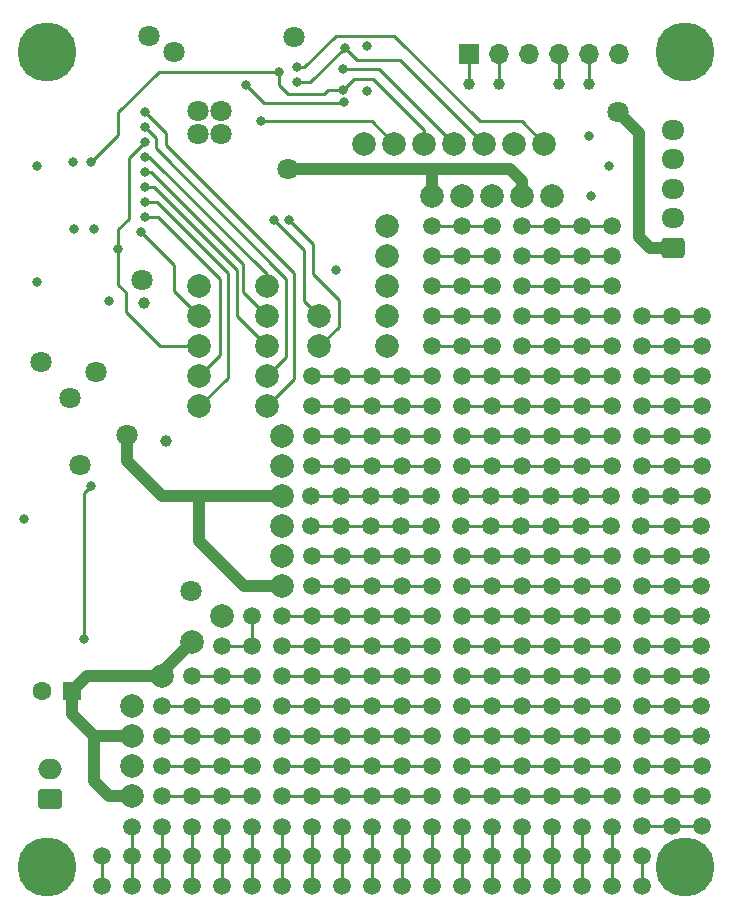
<source format=gbr>
%TF.GenerationSoftware,KiCad,Pcbnew,(6.0.1)*%
%TF.CreationDate,2023-01-01T21:05:58-08:00*%
%TF.ProjectId,ESP32 Protoboard - Small R1,45535033-3220-4507-926f-746f626f6172,rev?*%
%TF.SameCoordinates,Original*%
%TF.FileFunction,Copper,L4,Bot*%
%TF.FilePolarity,Positive*%
%FSLAX46Y46*%
G04 Gerber Fmt 4.6, Leading zero omitted, Abs format (unit mm)*
G04 Created by KiCad (PCBNEW (6.0.1)) date 2023-01-01 21:05:58*
%MOMM*%
%LPD*%
G01*
G04 APERTURE LIST*
G04 Aperture macros list*
%AMRoundRect*
0 Rectangle with rounded corners*
0 $1 Rounding radius*
0 $2 $3 $4 $5 $6 $7 $8 $9 X,Y pos of 4 corners*
0 Add a 4 corners polygon primitive as box body*
4,1,4,$2,$3,$4,$5,$6,$7,$8,$9,$2,$3,0*
0 Add four circle primitives for the rounded corners*
1,1,$1+$1,$2,$3*
1,1,$1+$1,$4,$5*
1,1,$1+$1,$6,$7*
1,1,$1+$1,$8,$9*
0 Add four rect primitives between the rounded corners*
20,1,$1+$1,$2,$3,$4,$5,0*
20,1,$1+$1,$4,$5,$6,$7,0*
20,1,$1+$1,$6,$7,$8,$9,0*
20,1,$1+$1,$8,$9,$2,$3,0*%
G04 Aperture macros list end*
%TA.AperFunction,ComponentPad*%
%ADD10C,0.800000*%
%TD*%
%TA.AperFunction,ComponentPad*%
%ADD11C,5.000000*%
%TD*%
%TA.AperFunction,ComponentPad*%
%ADD12R,1.600000X1.600000*%
%TD*%
%TA.AperFunction,ComponentPad*%
%ADD13C,1.600000*%
%TD*%
%TA.AperFunction,ComponentPad*%
%ADD14C,1.000000*%
%TD*%
%TA.AperFunction,ComponentPad*%
%ADD15RoundRect,0.250000X0.750000X-0.600000X0.750000X0.600000X-0.750000X0.600000X-0.750000X-0.600000X0*%
%TD*%
%TA.AperFunction,ComponentPad*%
%ADD16O,2.000000X1.700000*%
%TD*%
%TA.AperFunction,ComponentPad*%
%ADD17RoundRect,0.250000X0.725000X-0.600000X0.725000X0.600000X-0.725000X0.600000X-0.725000X-0.600000X0*%
%TD*%
%TA.AperFunction,ComponentPad*%
%ADD18O,1.950000X1.700000*%
%TD*%
%TA.AperFunction,ComponentPad*%
%ADD19C,1.500000*%
%TD*%
%TA.AperFunction,ComponentPad*%
%ADD20C,2.000000*%
%TD*%
%TA.AperFunction,ComponentPad*%
%ADD21R,1.700000X1.700000*%
%TD*%
%TA.AperFunction,ComponentPad*%
%ADD22O,1.700000X1.700000*%
%TD*%
%TA.AperFunction,ViaPad*%
%ADD23C,1.800000*%
%TD*%
%TA.AperFunction,ViaPad*%
%ADD24C,0.800000*%
%TD*%
%TA.AperFunction,ViaPad*%
%ADD25C,1.000000*%
%TD*%
%TA.AperFunction,Conductor*%
%ADD26C,0.254000*%
%TD*%
%TA.AperFunction,Conductor*%
%ADD27C,0.250000*%
%TD*%
%TA.AperFunction,Conductor*%
%ADD28C,1.000000*%
%TD*%
G04 APERTURE END LIST*
D10*
%TO.P,H4,1*%
%TO.N,N/C*%
X55674175Y-73325825D03*
X55125000Y-72000000D03*
X55674175Y-70674175D03*
D11*
X57000000Y-72000000D03*
D10*
X58875000Y-72000000D03*
X58325825Y-73325825D03*
X58325825Y-70674175D03*
X57000000Y-70125000D03*
X57000000Y-73875000D03*
%TD*%
%TO.P,H3,1*%
%TO.N,N/C*%
X57000000Y-1125000D03*
X55674175Y-4325825D03*
D11*
X57000000Y-3000000D03*
D10*
X58325825Y-4325825D03*
X57000000Y-4875000D03*
X55674175Y-1674175D03*
X55125000Y-3000000D03*
X58325825Y-1674175D03*
X58875000Y-3000000D03*
%TD*%
D12*
%TO.P,C1,1*%
%TO.N,VCC*%
X5080000Y-57150000D03*
D13*
%TO.P,C1,2*%
%TO.N,GND*%
X2580000Y-57150000D03*
%TD*%
D10*
%TO.P,H2,1*%
%TO.N,N/C*%
X3000000Y-70125000D03*
D11*
X3000000Y-72000000D03*
D10*
X3000000Y-73875000D03*
X4875000Y-72000000D03*
X4325825Y-70674175D03*
X1125000Y-72000000D03*
X1674175Y-73325825D03*
X4325825Y-73325825D03*
X1674175Y-70674175D03*
%TD*%
%TO.P,H1,1*%
%TO.N,N/C*%
X4325825Y-4325825D03*
X3000000Y-1125000D03*
X4325825Y-1674175D03*
X1674175Y-1674175D03*
D11*
X3000000Y-3000000D03*
D10*
X4875000Y-3000000D03*
X1674175Y-4325825D03*
X1125000Y-3000000D03*
X3000000Y-4875000D03*
%TD*%
D14*
%TO.P,TP1,1,1*%
%TO.N,Net-(J2-Pad5)*%
X48895000Y-5715000D03*
%TD*%
%TO.P,TP2,1,1*%
%TO.N,Net-(J2-Pad4)*%
X46355000Y-5715000D03*
%TD*%
%TO.P,TP3,1,1*%
%TO.N,Net-(J2-Pad2)*%
X41275000Y-5715000D03*
%TD*%
%TO.P,TP4,1,1*%
%TO.N,Net-(J2-Pad1)*%
X38735000Y-5715000D03*
%TD*%
D15*
%TO.P,J1,1,Pin_1*%
%TO.N,GND*%
X3268000Y-66254000D03*
D16*
%TO.P,J1,2,Pin_2*%
%TO.N,VCC*%
X3268000Y-63754000D03*
%TD*%
D17*
%TO.P,J8,1,Pin_1*%
%TO.N,+5V*%
X55990000Y-19605000D03*
D18*
%TO.P,J8,2,Pin_2*%
%TO.N,+3V3*%
X55990000Y-17105000D03*
%TO.P,J8,3,Pin_3*%
%TO.N,Net-(D2-Pad2)*%
X55990000Y-14605000D03*
%TO.P,J8,4,Pin_4*%
%TO.N,Net-(D2-Pad1)*%
X55990000Y-12105000D03*
%TO.P,J8,5,Pin_5*%
%TO.N,GND*%
X55990000Y-9605000D03*
%TD*%
D19*
%TO.P,REF\u002A\u002A,1*%
%TO.N,N/C*%
X55880000Y-35560000D03*
%TD*%
%TO.P,REF\u002A\u002A,1*%
%TO.N,N/C*%
X38067310Y-40640000D03*
%TD*%
%TO.P,REF\u002A\u002A,1*%
%TO.N,N/C*%
X48260000Y-73660000D03*
%TD*%
%TO.P,REF\u002A\u002A,1*%
%TO.N,N/C*%
X30480000Y-66040000D03*
%TD*%
%TO.P,REF\u002A\u002A,1*%
%TO.N,N/C*%
X30480000Y-48260000D03*
%TD*%
%TO.P,REF\u002A\u002A,1*%
%TO.N,N/C*%
X15240000Y-73660000D03*
%TD*%
%TO.P,REF\u002A\u002A,1*%
%TO.N,N/C*%
X38100000Y-45720000D03*
%TD*%
%TO.P,REF\u002A\u002A,1*%
%TO.N,N/C*%
X27940000Y-73660000D03*
%TD*%
%TO.P,REF\u002A\u002A,1*%
%TO.N,N/C*%
X33020000Y-50800000D03*
%TD*%
%TO.P,REF\u002A\u002A,1*%
%TO.N,N/C*%
X45720000Y-50800000D03*
%TD*%
%TO.P,REF\u002A\u002A,1*%
%TO.N,N/C*%
X40640000Y-48260000D03*
%TD*%
%TO.P,REF\u002A\u002A,1*%
%TO.N,N/C*%
X27940000Y-71120000D03*
%TD*%
%TO.P,REF\u002A\u002A,1*%
%TO.N,N/C*%
X50800000Y-35560000D03*
%TD*%
%TO.P,REF\u002A\u002A,1*%
%TO.N,N/C*%
X22860000Y-50800000D03*
%TD*%
%TO.P,REF\u002A\u002A,1*%
%TO.N,N/C*%
X38100000Y-68612690D03*
%TD*%
%TO.P,REF\u002A\u002A,1*%
%TO.N,N/C*%
X33020000Y-38100000D03*
%TD*%
%TO.P,REF\u002A\u002A,1*%
%TO.N,N/C*%
X15240000Y-55880000D03*
%TD*%
%TO.P,REF\u002A\u002A,1*%
%TO.N,N/C*%
X25400000Y-68612690D03*
%TD*%
%TO.P,REF\u002A\u002A,1*%
%TO.N,N/C*%
X55880000Y-68580000D03*
%TD*%
%TO.P,REF\u002A\u002A,1*%
%TO.N,N/C*%
X15240000Y-68612690D03*
%TD*%
D20*
%TO.P,IO21,1,1*%
%TO.N,Net-(D2-Pad1)*%
X42545000Y-10795000D03*
%TD*%
D19*
%TO.P,REF\u002A\u002A,1*%
%TO.N,N/C*%
X20320000Y-73660000D03*
%TD*%
%TO.P,REF\u002A\u002A,1*%
%TO.N,N/C*%
X55880000Y-58420000D03*
%TD*%
D20*
%TO.P,IO17,1,1*%
%TO.N,Net-(IO17-Pad1)*%
X31750000Y-22860000D03*
%TD*%
D19*
%TO.P,REF\u002A\u002A,1*%
%TO.N,N/C*%
X20320000Y-71120000D03*
%TD*%
%TO.P,REF\u002A\u002A,1*%
%TO.N,N/C*%
X55847310Y-40640000D03*
%TD*%
%TO.P,REF\u002A\u002A,1*%
%TO.N,N/C*%
X30447310Y-43159141D03*
%TD*%
%TO.P,REF\u002A\u002A,1*%
%TO.N,N/C*%
X53307310Y-40640000D03*
%TD*%
%TO.P,REF\u002A\u002A,1*%
%TO.N,N/C*%
X35560000Y-33020000D03*
%TD*%
%TO.P,REF\u002A\u002A,1*%
%TO.N,N/C*%
X43180000Y-22860000D03*
%TD*%
%TO.P,REF\u002A\u002A,1*%
%TO.N,N/C*%
X43180000Y-35560000D03*
%TD*%
%TO.P,REF\u002A\u002A,1*%
%TO.N,N/C*%
X22860000Y-60960000D03*
%TD*%
%TO.P,REF\u002A\u002A,1*%
%TO.N,N/C*%
X58420000Y-38100000D03*
%TD*%
%TO.P,REF\u002A\u002A,1*%
%TO.N,N/C*%
X58420000Y-63500000D03*
%TD*%
%TO.P,REF\u002A\u002A,1*%
%TO.N,N/C*%
X32987310Y-40640000D03*
%TD*%
%TO.P,REF\u002A\u002A,1*%
%TO.N,N/C*%
X55880000Y-33020000D03*
%TD*%
D20*
%TO.P,IO14,1,1*%
%TO.N,Net-(IO14-Pad1)*%
X15875000Y-30480000D03*
%TD*%
D19*
%TO.P,REF\u002A\u002A,1*%
%TO.N,N/C*%
X40640000Y-22860000D03*
%TD*%
%TO.P,REF\u002A\u002A,1*%
%TO.N,N/C*%
X30480000Y-60960000D03*
%TD*%
%TO.P,REF\u002A\u002A,1*%
%TO.N,N/C*%
X27940000Y-45720000D03*
%TD*%
%TO.P,REF\u002A\u002A,1*%
%TO.N,N/C*%
X45720000Y-33020000D03*
%TD*%
%TO.P,REF\u002A\u002A,1*%
%TO.N,N/C*%
X27940000Y-38100000D03*
%TD*%
%TO.P,REF\u002A\u002A,1*%
%TO.N,N/C*%
X50800000Y-45720000D03*
%TD*%
%TO.P,REF\u002A\u002A,1*%
%TO.N,N/C*%
X22860000Y-68612690D03*
%TD*%
%TO.P,REF\u002A\u002A,1*%
%TO.N,N/C*%
X40640000Y-68612690D03*
%TD*%
%TO.P,REF\u002A\u002A,1*%
%TO.N,N/C*%
X48260000Y-20320000D03*
%TD*%
%TO.P,REF\u002A\u002A,1*%
%TO.N,N/C*%
X33020000Y-55880000D03*
%TD*%
%TO.P,REF\u002A\u002A,1*%
%TO.N,N/C*%
X20320000Y-53340000D03*
%TD*%
%TO.P,REF\u002A\u002A,1*%
%TO.N,N/C*%
X35560000Y-25400000D03*
%TD*%
%TO.P,REF\u002A\u002A,1*%
%TO.N,N/C*%
X35560000Y-48260000D03*
%TD*%
%TO.P,REF\u002A\u002A,1*%
%TO.N,N/C*%
X40640000Y-25400000D03*
%TD*%
%TO.P,REF\u002A\u002A,1*%
%TO.N,N/C*%
X53340000Y-71120000D03*
%TD*%
%TO.P,REF\u002A\u002A,1*%
%TO.N,N/C*%
X17780000Y-63500000D03*
%TD*%
%TO.P,REF\u002A\u002A,1*%
%TO.N,N/C*%
X7620000Y-71120000D03*
%TD*%
%TO.P,REF\u002A\u002A,1*%
%TO.N,N/C*%
X48260000Y-53340000D03*
%TD*%
%TO.P,REF\u002A\u002A,1*%
%TO.N,N/C*%
X35560000Y-63500000D03*
%TD*%
%TO.P,REF\u002A\u002A,1*%
%TO.N,N/C*%
X38100000Y-38100000D03*
%TD*%
%TO.P,REF\u002A\u002A,1*%
%TO.N,N/C*%
X35560000Y-73660000D03*
%TD*%
%TO.P,REF\u002A\u002A,1*%
%TO.N,N/C*%
X33020000Y-60960000D03*
%TD*%
%TO.P,REF\u002A\u002A,1*%
%TO.N,N/C*%
X35560000Y-17780000D03*
%TD*%
%TO.P,REF\u002A\u002A,1*%
%TO.N,N/C*%
X12700000Y-58420000D03*
%TD*%
%TO.P,REF\u002A\u002A,1*%
%TO.N,N/C*%
X20320000Y-58420000D03*
%TD*%
%TO.P,REF\u002A\u002A,1*%
%TO.N,N/C*%
X53340000Y-50800000D03*
%TD*%
%TO.P,REF\u002A\u002A,1*%
%TO.N,N/C*%
X27940000Y-68612690D03*
%TD*%
%TO.P,REF\u002A\u002A,1*%
%TO.N,N/C*%
X50800000Y-58420000D03*
%TD*%
%TO.P,REF\u002A\u002A,1*%
%TO.N,N/C*%
X58387310Y-53340000D03*
%TD*%
%TO.P,REF\u002A\u002A,1*%
%TO.N,N/C*%
X40640000Y-66040000D03*
%TD*%
%TO.P,REF\u002A\u002A,1*%
%TO.N,N/C*%
X38100000Y-66040000D03*
%TD*%
%TO.P,REF\u002A\u002A,1*%
%TO.N,N/C*%
X25400000Y-35560000D03*
%TD*%
%TO.P,REF\u002A\u002A,1*%
%TO.N,N/C*%
X35560000Y-45720000D03*
%TD*%
%TO.P,REF\u002A\u002A,1*%
%TO.N,N/C*%
X58420000Y-33020000D03*
%TD*%
%TO.P,REF\u002A\u002A,1*%
%TO.N,N/C*%
X25400000Y-63500000D03*
%TD*%
%TO.P,REF\u002A\u002A,1*%
%TO.N,N/C*%
X43180000Y-73660000D03*
%TD*%
D20*
%TO.P,VIN1,1,1*%
%TO.N,VCC*%
X10160000Y-66040000D03*
%TD*%
D19*
%TO.P,REF\u002A\u002A,1*%
%TO.N,N/C*%
X30480000Y-55880000D03*
%TD*%
%TO.P,REF\u002A\u002A,1*%
%TO.N,N/C*%
X40640000Y-30480000D03*
%TD*%
%TO.P,REF\u002A\u002A,1*%
%TO.N,N/C*%
X40640000Y-20320000D03*
%TD*%
%TO.P,REF\u002A\u002A,1*%
%TO.N,N/C*%
X40640000Y-58420000D03*
%TD*%
%TO.P,REF\u002A\u002A,1*%
%TO.N,N/C*%
X43180000Y-30480000D03*
%TD*%
%TO.P,REF\u002A\u002A,1*%
%TO.N,N/C*%
X58387310Y-60960000D03*
%TD*%
%TO.P,REF\u002A\u002A,1*%
%TO.N,N/C*%
X43180000Y-53340000D03*
%TD*%
%TO.P,REF\u002A\u002A,1*%
%TO.N,N/C*%
X17780000Y-58420000D03*
%TD*%
%TO.P,REF\u002A\u002A,1*%
%TO.N,N/C*%
X45720000Y-22860000D03*
%TD*%
%TO.P,REF\u002A\u002A,1*%
%TO.N,N/C*%
X17780000Y-53340000D03*
%TD*%
%TO.P,REF\u002A\u002A,1*%
%TO.N,N/C*%
X22860000Y-58420000D03*
%TD*%
%TO.P,REF\u002A\u002A,1*%
%TO.N,N/C*%
X15240000Y-58420000D03*
%TD*%
%TO.P,REF\u002A\u002A,1*%
%TO.N,N/C*%
X48260000Y-48260000D03*
%TD*%
%TO.P,REF\u002A\u002A,1*%
%TO.N,N/C*%
X40607310Y-43159141D03*
%TD*%
%TO.P,REF\u002A\u002A,1*%
%TO.N,N/C*%
X38100000Y-22860000D03*
%TD*%
%TO.P,REF\u002A\u002A,1*%
%TO.N,N/C*%
X40640000Y-71120000D03*
%TD*%
%TO.P,REF\u002A\u002A,1*%
%TO.N,N/C*%
X58387310Y-43159141D03*
%TD*%
%TO.P,REF\u002A\u002A,1*%
%TO.N,N/C*%
X58387310Y-50800000D03*
%TD*%
%TO.P,REF\u002A\u002A,1*%
%TO.N,N/C*%
X43180000Y-48260000D03*
%TD*%
%TO.P,REF\u002A\u002A,1*%
%TO.N,N/C*%
X33020000Y-58420000D03*
%TD*%
%TO.P,REF\u002A\u002A,1*%
%TO.N,N/C*%
X43180000Y-60960000D03*
%TD*%
%TO.P,REF\u002A\u002A,1*%
%TO.N,N/C*%
X33020000Y-53340000D03*
%TD*%
%TO.P,REF\u002A\u002A,1*%
%TO.N,N/C*%
X30480000Y-38100000D03*
%TD*%
%TO.P,REF\u002A\u002A,1*%
%TO.N,N/C*%
X35527310Y-40640000D03*
%TD*%
%TO.P,REF\u002A\u002A,1*%
%TO.N,N/C*%
X40640000Y-27940000D03*
%TD*%
D20*
%TO.P,VIN4,1,1*%
%TO.N,VCC*%
X15240000Y-52998250D03*
%TD*%
D19*
%TO.P,REF\u002A\u002A,1*%
%TO.N,N/C*%
X38100000Y-17780000D03*
%TD*%
%TO.P,REF\u002A\u002A,1*%
%TO.N,N/C*%
X22860000Y-55880000D03*
%TD*%
D20*
%TO.P,VIN2,1,1*%
%TO.N,VCC*%
X10160000Y-60960000D03*
%TD*%
D19*
%TO.P,REF\u002A\u002A,1*%
%TO.N,N/C*%
X50800000Y-71120000D03*
%TD*%
%TO.P,REF\u002A\u002A,1*%
%TO.N,N/C*%
X45720000Y-48260000D03*
%TD*%
%TO.P,REF\u002A\u002A,1*%
%TO.N,N/C*%
X27907310Y-40640000D03*
%TD*%
%TO.P,REF\u002A\u002A,1*%
%TO.N,N/C*%
X48260000Y-22860000D03*
%TD*%
%TO.P,REF\u002A\u002A,1*%
%TO.N,N/C*%
X53340000Y-55880000D03*
%TD*%
%TO.P,REF\u002A\u002A,1*%
%TO.N,N/C*%
X38100000Y-63500000D03*
%TD*%
%TO.P,REF\u002A\u002A,1*%
%TO.N,N/C*%
X48260000Y-68612690D03*
%TD*%
%TO.P,REF\u002A\u002A,1*%
%TO.N,N/C*%
X40640000Y-73660000D03*
%TD*%
%TO.P,REF\u002A\u002A,1*%
%TO.N,N/C*%
X15240000Y-60960000D03*
%TD*%
D20*
%TO.P,IO18,1,1*%
%TO.N,Net-(IO18-Pad1)*%
X31750000Y-17780000D03*
%TD*%
D19*
%TO.P,REF\u002A\u002A,1*%
%TO.N,N/C*%
X27940000Y-58420000D03*
%TD*%
%TO.P,REF\u002A\u002A,1*%
%TO.N,N/C*%
X22860000Y-53340000D03*
%TD*%
%TO.P,REF\u002A\u002A,1*%
%TO.N,N/C*%
X53340000Y-68580000D03*
%TD*%
%TO.P,REF\u002A\u002A,1*%
%TO.N,N/C*%
X25400000Y-66040000D03*
%TD*%
D20*
%TO.P,IO16,1,1*%
%TO.N,Net-(IO16-Pad1)*%
X31750000Y-25400000D03*
%TD*%
D19*
%TO.P,REF\u002A\u002A,1*%
%TO.N,N/C*%
X35560000Y-35560000D03*
%TD*%
D20*
%TO.P,IO22,1,1*%
%TO.N,Net-(D2-Pad2)*%
X45085000Y-10795000D03*
%TD*%
D19*
%TO.P,REF\u002A\u002A,1*%
%TO.N,N/C*%
X40640000Y-53340000D03*
%TD*%
%TO.P,REF\u002A\u002A,1*%
%TO.N,N/C*%
X33020000Y-63500000D03*
%TD*%
%TO.P,REF\u002A\u002A,1*%
%TO.N,N/C*%
X53340000Y-73660000D03*
%TD*%
D20*
%TO.P,5V03,1,1*%
%TO.N,+5V*%
X43180000Y-15240000D03*
%TD*%
D19*
%TO.P,REF\u002A\u002A,1*%
%TO.N,N/C*%
X53340000Y-27940000D03*
%TD*%
%TO.P,REF\u002A\u002A,1*%
%TO.N,N/C*%
X50800000Y-66040000D03*
%TD*%
%TO.P,REF\u002A\u002A,1*%
%TO.N,N/C*%
X58387310Y-45720000D03*
%TD*%
%TO.P,REF\u002A\u002A,1*%
%TO.N,N/C*%
X43180000Y-68612690D03*
%TD*%
D20*
%TO.P,IO5,1,1*%
%TO.N,Net-(IO5-Pad1)*%
X31750000Y-20320000D03*
%TD*%
D19*
%TO.P,REF\u002A\u002A,1*%
%TO.N,N/C*%
X45720000Y-53340000D03*
%TD*%
%TO.P,REF\u002A\u002A,1*%
%TO.N,N/C*%
X10160000Y-68612690D03*
%TD*%
%TO.P,REF\u002A\u002A,1*%
%TO.N,N/C*%
X53340000Y-48260000D03*
%TD*%
D20*
%TO.P,IO27,1,1*%
%TO.N,Net-(IO27-Pad1)*%
X15875000Y-33020000D03*
%TD*%
D19*
%TO.P,REF\u002A\u002A,1*%
%TO.N,N/C*%
X55880000Y-55880000D03*
%TD*%
%TO.P,REF\u002A\u002A,1*%
%TO.N,N/C*%
X40640000Y-35560000D03*
%TD*%
%TO.P,REF\u002A\u002A,1*%
%TO.N,N/C*%
X27940000Y-63500000D03*
%TD*%
%TO.P,REF\u002A\u002A,1*%
%TO.N,N/C*%
X38100000Y-25400000D03*
%TD*%
%TO.P,REF\u002A\u002A,1*%
%TO.N,N/C*%
X50800000Y-22860000D03*
%TD*%
%TO.P,REF\u002A\u002A,1*%
%TO.N,N/C*%
X30447310Y-40640000D03*
%TD*%
%TO.P,REF\u002A\u002A,1*%
%TO.N,N/C*%
X55880000Y-43159141D03*
%TD*%
D20*
%TO.P,5V04,1,1*%
%TO.N,+5V*%
X35560000Y-15240000D03*
%TD*%
D19*
%TO.P,REF\u002A\u002A,1*%
%TO.N,N/C*%
X55880000Y-60960000D03*
%TD*%
D20*
%TO.P,IO33,1,1*%
%TO.N,Net-(IO33-Pad1)*%
X21590000Y-22860000D03*
%TD*%
%TO.P,3V34,1,1*%
%TO.N,+3V3*%
X45720000Y-15240000D03*
%TD*%
D19*
%TO.P,REF\u002A\u002A,1*%
%TO.N,N/C*%
X48260000Y-38100000D03*
%TD*%
%TO.P,REF\u002A\u002A,1*%
%TO.N,N/C*%
X38100000Y-48260000D03*
%TD*%
%TO.P,REF\u002A\u002A,1*%
%TO.N,N/C*%
X38100000Y-55880000D03*
%TD*%
%TO.P,REF\u002A\u002A,1*%
%TO.N,N/C*%
X58420000Y-25400000D03*
%TD*%
%TO.P,REF\u002A\u002A,1*%
%TO.N,N/C*%
X43180000Y-27940000D03*
%TD*%
%TO.P,REF\u002A\u002A,1*%
%TO.N,N/C*%
X30480000Y-50800000D03*
%TD*%
%TO.P,REF\u002A\u002A,1*%
%TO.N,N/C*%
X35560000Y-58420000D03*
%TD*%
%TO.P,REF\u002A\u002A,1*%
%TO.N,N/C*%
X50767310Y-43159141D03*
%TD*%
%TO.P,REF\u002A\u002A,1*%
%TO.N,N/C*%
X40640000Y-55880000D03*
%TD*%
%TO.P,REF\u002A\u002A,1*%
%TO.N,N/C*%
X22860000Y-73660000D03*
%TD*%
%TO.P,REF\u002A\u002A,1*%
%TO.N,N/C*%
X25400000Y-60960000D03*
%TD*%
%TO.P,REF\u002A\u002A,1*%
%TO.N,N/C*%
X12700000Y-66040000D03*
%TD*%
%TO.P,REF\u002A\u002A,1*%
%TO.N,N/C*%
X35527310Y-43159141D03*
%TD*%
%TO.P,REF\u002A\u002A,1*%
%TO.N,N/C*%
X40640000Y-33020000D03*
%TD*%
D20*
%TO.P,IO32,1,1*%
%TO.N,Net-(IO32-Pad1)*%
X15875000Y-27940000D03*
%TD*%
D19*
%TO.P,REF\u002A\u002A,1*%
%TO.N,N/C*%
X50800000Y-17780000D03*
%TD*%
%TO.P,REF\u002A\u002A,1*%
%TO.N,N/C*%
X33020000Y-45720000D03*
%TD*%
%TO.P,REF\u002A\u002A,1*%
%TO.N,N/C*%
X25400000Y-45720000D03*
%TD*%
%TO.P,REF\u002A\u002A,1*%
%TO.N,N/C*%
X40640000Y-38100000D03*
%TD*%
%TO.P,REF\u002A\u002A,1*%
%TO.N,N/C*%
X53340000Y-30480000D03*
%TD*%
%TO.P,REF\u002A\u002A,1*%
%TO.N,N/C*%
X30480000Y-45720000D03*
%TD*%
%TO.P,REF\u002A\u002A,1*%
%TO.N,N/C*%
X50800000Y-27940000D03*
%TD*%
%TO.P,REF\u002A\u002A,1*%
%TO.N,N/C*%
X45720000Y-30480000D03*
%TD*%
%TO.P,REF\u002A\u002A,1*%
%TO.N,N/C*%
X48260000Y-30480000D03*
%TD*%
%TO.P,REF\u002A\u002A,1*%
%TO.N,N/C*%
X35560000Y-60960000D03*
%TD*%
%TO.P,REF\u002A\u002A,1*%
%TO.N,N/C*%
X40607310Y-40640000D03*
%TD*%
%TO.P,REF\u002A\u002A,1*%
%TO.N,N/C*%
X35560000Y-68612690D03*
%TD*%
%TO.P,REF\u002A\u002A,1*%
%TO.N,N/C*%
X35560000Y-22860000D03*
%TD*%
%TO.P,REF\u002A\u002A,1*%
%TO.N,N/C*%
X35560000Y-66040000D03*
%TD*%
%TO.P,REF\u002A\u002A,1*%
%TO.N,N/C*%
X43180000Y-38100000D03*
%TD*%
D21*
%TO.P,J2,1,Pin_1*%
%TO.N,Net-(J2-Pad1)*%
X38760000Y-3175000D03*
D22*
%TO.P,J2,2,Pin_2*%
%TO.N,Net-(J2-Pad2)*%
X41300000Y-3175000D03*
%TO.P,J2,3,Pin_3*%
%TO.N,GND*%
X43840000Y-3175000D03*
%TO.P,J2,4,Pin_4*%
%TO.N,Net-(J2-Pad4)*%
X46380000Y-3175000D03*
%TO.P,J2,5,Pin_5*%
%TO.N,Net-(J2-Pad5)*%
X48920000Y-3175000D03*
%TO.P,J2,6,Pin_6*%
%TO.N,unconnected-(J2-Pad6)*%
X51460000Y-3175000D03*
%TD*%
D19*
%TO.P,REF\u002A\u002A,1*%
%TO.N,N/C*%
X53340000Y-33020000D03*
%TD*%
%TO.P,REF\u002A\u002A,1*%
%TO.N,N/C*%
X55880000Y-38100000D03*
%TD*%
%TO.P,REF\u002A\u002A,1*%
%TO.N,N/C*%
X45720000Y-17780000D03*
%TD*%
D20*
%TO.P,IO12,1,1*%
%TO.N,Net-(IO12-Pad1)*%
X15875000Y-25400000D03*
%TD*%
D19*
%TO.P,REF\u002A\u002A,1*%
%TO.N,N/C*%
X45720000Y-71120000D03*
%TD*%
%TO.P,REF\u002A\u002A,1*%
%TO.N,N/C*%
X45720000Y-20320000D03*
%TD*%
%TO.P,REF\u002A\u002A,1*%
%TO.N,N/C*%
X50800000Y-38100000D03*
%TD*%
%TO.P,REF\u002A\u002A,1*%
%TO.N,N/C*%
X53340000Y-45720000D03*
%TD*%
%TO.P,REF\u002A\u002A,1*%
%TO.N,N/C*%
X35560000Y-20320000D03*
%TD*%
%TO.P,REF\u002A\u002A,1*%
%TO.N,N/C*%
X17780000Y-55880000D03*
%TD*%
%TO.P,REF\u002A\u002A,1*%
%TO.N,N/C*%
X33020000Y-68612690D03*
%TD*%
%TO.P,REF\u002A\u002A,1*%
%TO.N,N/C*%
X12700000Y-71120000D03*
%TD*%
%TO.P,REF\u002A\u002A,1*%
%TO.N,N/C*%
X43180000Y-17780000D03*
%TD*%
%TO.P,REF\u002A\u002A,1*%
%TO.N,N/C*%
X38100000Y-33020000D03*
%TD*%
%TO.P,REF\u002A\u002A,1*%
%TO.N,N/C*%
X38100000Y-73660000D03*
%TD*%
D20*
%TO.P,5V02,1,1*%
%TO.N,+5V*%
X22860000Y-40640000D03*
%TD*%
D19*
%TO.P,REF\u002A\u002A,1*%
%TO.N,N/C*%
X48260000Y-25400000D03*
%TD*%
%TO.P,REF\u002A\u002A,1*%
%TO.N,N/C*%
X50800000Y-55880000D03*
%TD*%
%TO.P,REF\u002A\u002A,1*%
%TO.N,N/C*%
X25400000Y-55880000D03*
%TD*%
%TO.P,REF\u002A\u002A,1*%
%TO.N,N/C*%
X17780000Y-71120000D03*
%TD*%
%TO.P,REF\u002A\u002A,1*%
%TO.N,N/C*%
X50800000Y-73660000D03*
%TD*%
%TO.P,REF\u002A\u002A,1*%
%TO.N,N/C*%
X38100000Y-71120000D03*
%TD*%
%TO.P,REF\u002A\u002A,1*%
%TO.N,N/C*%
X50800000Y-33020000D03*
%TD*%
%TO.P,REF\u002A\u002A,1*%
%TO.N,N/C*%
X45720000Y-25400000D03*
%TD*%
%TO.P,REF\u002A\u002A,1*%
%TO.N,N/C*%
X32987310Y-43159141D03*
%TD*%
%TO.P,REF\u002A\u002A,1*%
%TO.N,N/C*%
X22860000Y-66040000D03*
%TD*%
%TO.P,REF\u002A\u002A,1*%
%TO.N,N/C*%
X50800000Y-48260000D03*
%TD*%
%TO.P,REF\u002A\u002A,1*%
%TO.N,N/C*%
X17780000Y-73660000D03*
%TD*%
%TO.P,REF\u002A\u002A,1*%
%TO.N,N/C*%
X25400000Y-53340000D03*
%TD*%
%TO.P,REF\u002A\u002A,1*%
%TO.N,N/C*%
X45720000Y-68612690D03*
%TD*%
D20*
%TO.P,IO34,1,1*%
%TO.N,Net-(IO34-Pad1)*%
X21590000Y-33020000D03*
%TD*%
D19*
%TO.P,REF\u002A\u002A,1*%
%TO.N,N/C*%
X45720000Y-73660000D03*
%TD*%
%TO.P,REF\u002A\u002A,1*%
%TO.N,N/C*%
X53340000Y-35560000D03*
%TD*%
%TO.P,REF\u002A\u002A,1*%
%TO.N,N/C*%
X30480000Y-73660000D03*
%TD*%
%TO.P,REF\u002A\u002A,1*%
%TO.N,N/C*%
X53307310Y-43159141D03*
%TD*%
%TO.P,REF\u002A\u002A,1*%
%TO.N,N/C*%
X27940000Y-60960000D03*
%TD*%
%TO.P,REF\u002A\u002A,1*%
%TO.N,N/C*%
X33020000Y-33020000D03*
%TD*%
D20*
%TO.P,IO3,1,1*%
%TO.N,/TXD*%
X40005000Y-10795000D03*
%TD*%
D19*
%TO.P,REF\u002A\u002A,1*%
%TO.N,N/C*%
X15240000Y-63500000D03*
%TD*%
%TO.P,REF\u002A\u002A,1*%
%TO.N,N/C*%
X35560000Y-53340000D03*
%TD*%
%TO.P,REF\u002A\u002A,1*%
%TO.N,N/C*%
X25400000Y-58420000D03*
%TD*%
%TO.P,REF\u002A\u002A,1*%
%TO.N,N/C*%
X43180000Y-45720000D03*
%TD*%
%TO.P,REF\u002A\u002A,1*%
%TO.N,N/C*%
X43180000Y-63500000D03*
%TD*%
%TO.P,REF\u002A\u002A,1*%
%TO.N,N/C*%
X10160000Y-71120000D03*
%TD*%
%TO.P,REF\u002A\u002A,1*%
%TO.N,N/C*%
X30480000Y-30480000D03*
%TD*%
%TO.P,REF\u002A\u002A,1*%
%TO.N,N/C*%
X50800000Y-30480000D03*
%TD*%
%TO.P,REF\u002A\u002A,1*%
%TO.N,N/C*%
X58420000Y-27940000D03*
%TD*%
%TO.P,REF\u002A\u002A,1*%
%TO.N,N/C*%
X43180000Y-71120000D03*
%TD*%
%TO.P,REF\u002A\u002A,1*%
%TO.N,N/C*%
X33020000Y-66040000D03*
%TD*%
%TO.P,REF\u002A\u002A,1*%
%TO.N,N/C*%
X40640000Y-60960000D03*
%TD*%
D20*
%TO.P,G3,1,1*%
%TO.N,GND*%
X17780000Y-50800000D03*
%TD*%
D19*
%TO.P,REF\u002A\u002A,1*%
%TO.N,N/C*%
X25400000Y-33020000D03*
%TD*%
%TO.P,REF\u002A\u002A,1*%
%TO.N,N/C*%
X53340000Y-53340000D03*
%TD*%
%TO.P,REF\u002A\u002A,1*%
%TO.N,N/C*%
X22860000Y-71120000D03*
%TD*%
%TO.P,REF\u002A\u002A,1*%
%TO.N,N/C*%
X38100000Y-53340000D03*
%TD*%
%TO.P,REF\u002A\u002A,1*%
%TO.N,N/C*%
X27940000Y-66040000D03*
%TD*%
%TO.P,REF\u002A\u002A,1*%
%TO.N,N/C*%
X55880000Y-63500000D03*
%TD*%
%TO.P,REF\u002A\u002A,1*%
%TO.N,N/C*%
X12700000Y-73660000D03*
%TD*%
%TO.P,REF\u002A\u002A,1*%
%TO.N,N/C*%
X35560000Y-27940000D03*
%TD*%
%TO.P,REF\u002A\u002A,1*%
%TO.N,N/C*%
X30480000Y-58420000D03*
%TD*%
%TO.P,REF\u002A\u002A,1*%
%TO.N,N/C*%
X17780000Y-68612690D03*
%TD*%
%TO.P,REF\u002A\u002A,1*%
%TO.N,N/C*%
X50800000Y-20320000D03*
%TD*%
%TO.P,REF\u002A\u002A,1*%
%TO.N,N/C*%
X27940000Y-33020000D03*
%TD*%
D20*
%TO.P,IO4,1,1*%
%TO.N,Net-(IO4-Pad1)*%
X31750000Y-27940000D03*
%TD*%
D19*
%TO.P,REF\u002A\u002A,1*%
%TO.N,N/C*%
X33020000Y-30480000D03*
%TD*%
%TO.P,REF\u002A\u002A,1*%
%TO.N,N/C*%
X27940000Y-50800000D03*
%TD*%
%TO.P,REF\u002A\u002A,1*%
%TO.N,N/C*%
X40640000Y-63500000D03*
%TD*%
%TO.P,REF\u002A\u002A,1*%
%TO.N,N/C*%
X53340000Y-38100000D03*
%TD*%
%TO.P,REF\u002A\u002A,1*%
%TO.N,N/C*%
X50800000Y-63500000D03*
%TD*%
D20*
%TO.P,G5,1,1*%
%TO.N,GND*%
X22860000Y-35560000D03*
%TD*%
D19*
%TO.P,REF\u002A\u002A,1*%
%TO.N,N/C*%
X48260000Y-50800000D03*
%TD*%
D20*
%TO.P,G4,1,1*%
%TO.N,GND*%
X22860000Y-43180000D03*
%TD*%
D19*
%TO.P,REF\u002A\u002A,1*%
%TO.N,N/C*%
X45720000Y-55880000D03*
%TD*%
%TO.P,REF\u002A\u002A,1*%
%TO.N,N/C*%
X45720000Y-35560000D03*
%TD*%
D20*
%TO.P,VIN3,1,1*%
%TO.N,VCC*%
X12700000Y-55880000D03*
%TD*%
D19*
%TO.P,REF\u002A\u002A,1*%
%TO.N,N/C*%
X20320000Y-68612690D03*
%TD*%
%TO.P,REF\u002A\u002A,1*%
%TO.N,N/C*%
X58420000Y-35560000D03*
%TD*%
%TO.P,REF\u002A\u002A,1*%
%TO.N,N/C*%
X35560000Y-55880000D03*
%TD*%
%TO.P,REF\u002A\u002A,1*%
%TO.N,N/C*%
X25400000Y-73660000D03*
%TD*%
%TO.P,REF\u002A\u002A,1*%
%TO.N,N/C*%
X48260000Y-66040000D03*
%TD*%
%TO.P,REF\u002A\u002A,1*%
%TO.N,N/C*%
X30480000Y-68612690D03*
%TD*%
%TO.P,REF\u002A\u002A,1*%
%TO.N,N/C*%
X33020000Y-48260000D03*
%TD*%
%TO.P,REF\u002A\u002A,1*%
%TO.N,N/C*%
X50800000Y-50800000D03*
%TD*%
%TO.P,REF\u002A\u002A,1*%
%TO.N,N/C*%
X53340000Y-25400000D03*
%TD*%
%TO.P,REF\u002A\u002A,1*%
%TO.N,N/C*%
X48260000Y-33020000D03*
%TD*%
%TO.P,REF\u002A\u002A,1*%
%TO.N,N/C*%
X25367310Y-43159141D03*
%TD*%
D20*
%TO.P,IO2,1,1*%
%TO.N,Net-(IO2-Pad1)*%
X26035000Y-27940000D03*
%TD*%
D19*
%TO.P,REF\u002A\u002A,1*%
%TO.N,N/C*%
X20320000Y-50800000D03*
%TD*%
%TO.P,REF\u002A\u002A,1*%
%TO.N,N/C*%
X43147310Y-43159141D03*
%TD*%
%TO.P,REF\u002A\u002A,1*%
%TO.N,N/C*%
X45720000Y-45720000D03*
%TD*%
%TO.P,REF\u002A\u002A,1*%
%TO.N,N/C*%
X43180000Y-66040000D03*
%TD*%
%TO.P,REF\u002A\u002A,1*%
%TO.N,N/C*%
X25400000Y-50800000D03*
%TD*%
%TO.P,REF\u002A\u002A,1*%
%TO.N,N/C*%
X43180000Y-20320000D03*
%TD*%
%TO.P,REF\u002A\u002A,1*%
%TO.N,N/C*%
X40640000Y-45720000D03*
%TD*%
D20*
%TO.P,G1,1,1*%
%TO.N,GND*%
X10160000Y-63500000D03*
%TD*%
D19*
%TO.P,REF\u002A\u002A,1*%
%TO.N,N/C*%
X30480000Y-35560000D03*
%TD*%
%TO.P,REF\u002A\u002A,1*%
%TO.N,N/C*%
X45720000Y-66040000D03*
%TD*%
D20*
%TO.P,IO35,1,1*%
%TO.N,Net-(IO35-Pad1)*%
X21590000Y-30480000D03*
%TD*%
D19*
%TO.P,REF\u002A\u002A,1*%
%TO.N,N/C*%
X58420000Y-30480000D03*
%TD*%
D20*
%TO.P,IO23,1,1*%
%TO.N,Net-(IO23-Pad1)*%
X32385000Y-10795000D03*
%TD*%
D19*
%TO.P,REF\u002A\u002A,1*%
%TO.N,N/C*%
X27940000Y-35560000D03*
%TD*%
D20*
%TO.P,IO0,1,1*%
%TO.N,/PROG*%
X34925000Y-10795000D03*
%TD*%
D19*
%TO.P,REF\u002A\u002A,1*%
%TO.N,N/C*%
X35560000Y-38100000D03*
%TD*%
%TO.P,REF\u002A\u002A,1*%
%TO.N,N/C*%
X12700000Y-60960000D03*
%TD*%
%TO.P,REF\u002A\u002A,1*%
%TO.N,N/C*%
X50800000Y-60960000D03*
%TD*%
%TO.P,REF\u002A\u002A,1*%
%TO.N,N/C*%
X17780000Y-60960000D03*
%TD*%
%TO.P,REF\u002A\u002A,1*%
%TO.N,N/C*%
X55880000Y-50800000D03*
%TD*%
%TO.P,REF\u002A\u002A,1*%
%TO.N,N/C*%
X38100000Y-27940000D03*
%TD*%
%TO.P,REF\u002A\u002A,1*%
%TO.N,N/C*%
X50767310Y-40640000D03*
%TD*%
%TO.P,REF\u002A\u002A,1*%
%TO.N,N/C*%
X45720000Y-58420000D03*
%TD*%
%TO.P,REF\u002A\u002A,1*%
%TO.N,N/C*%
X55880000Y-27940000D03*
%TD*%
%TO.P,REF\u002A\u002A,1*%
%TO.N,N/C*%
X45720000Y-63500000D03*
%TD*%
%TO.P,REF\u002A\u002A,1*%
%TO.N,N/C*%
X45687310Y-40640000D03*
%TD*%
%TO.P,REF\u002A\u002A,1*%
%TO.N,N/C*%
X48260000Y-58420000D03*
%TD*%
%TO.P,REF\u002A\u002A,1*%
%TO.N,N/C*%
X58420000Y-68580000D03*
%TD*%
%TO.P,REF\u002A\u002A,1*%
%TO.N,N/C*%
X25367310Y-40640000D03*
%TD*%
%TO.P,REF\u002A\u002A,1*%
%TO.N,N/C*%
X35560000Y-71120000D03*
%TD*%
%TO.P,REF\u002A\u002A,1*%
%TO.N,N/C*%
X27940000Y-55880000D03*
%TD*%
%TO.P,REF\u002A\u002A,1*%
%TO.N,N/C*%
X35560000Y-50800000D03*
%TD*%
%TO.P,REF\u002A\u002A,1*%
%TO.N,N/C*%
X48260000Y-17780000D03*
%TD*%
%TO.P,REF\u002A\u002A,1*%
%TO.N,N/C*%
X38100000Y-60960000D03*
%TD*%
D20*
%TO.P,3V32,1,1*%
%TO.N,+3V3*%
X22860000Y-38100000D03*
%TD*%
D19*
%TO.P,REF\u002A\u002A,1*%
%TO.N,N/C*%
X43147310Y-40640000D03*
%TD*%
%TO.P,REF\u002A\u002A,1*%
%TO.N,N/C*%
X27940000Y-48260000D03*
%TD*%
%TO.P,REF\u002A\u002A,1*%
%TO.N,N/C*%
X40640000Y-50800000D03*
%TD*%
%TO.P,REF\u002A\u002A,1*%
%TO.N,N/C*%
X35560000Y-30480000D03*
%TD*%
%TO.P,REF\u002A\u002A,1*%
%TO.N,N/C*%
X48260000Y-45720000D03*
%TD*%
%TO.P,REF\u002A\u002A,1*%
%TO.N,N/C*%
X58387310Y-48260000D03*
%TD*%
%TO.P,REF\u002A\u002A,1*%
%TO.N,N/C*%
X48227310Y-43159141D03*
%TD*%
%TO.P,REF\u002A\u002A,1*%
%TO.N,N/C*%
X55880000Y-45720000D03*
%TD*%
%TO.P,REF\u002A\u002A,1*%
%TO.N,N/C*%
X50800000Y-68612690D03*
%TD*%
%TO.P,REF\u002A\u002A,1*%
%TO.N,N/C*%
X20320000Y-66040000D03*
%TD*%
%TO.P,REF\u002A\u002A,1*%
%TO.N,N/C*%
X38100000Y-58420000D03*
%TD*%
D20*
%TO.P,G6,1,1*%
%TO.N,GND*%
X40640000Y-15240000D03*
%TD*%
D19*
%TO.P,REF\u002A\u002A,1*%
%TO.N,N/C*%
X12700000Y-63500000D03*
%TD*%
%TO.P,REF\u002A\u002A,1*%
%TO.N,N/C*%
X17780000Y-66040000D03*
%TD*%
%TO.P,REF\u002A\u002A,1*%
%TO.N,N/C*%
X30480000Y-33020000D03*
%TD*%
%TO.P,REF\u002A\u002A,1*%
%TO.N,N/C*%
X45720000Y-27940000D03*
%TD*%
%TO.P,REF\u002A\u002A,1*%
%TO.N,N/C*%
X53340000Y-60960000D03*
%TD*%
%TO.P,REF\u002A\u002A,1*%
%TO.N,N/C*%
X30480000Y-63500000D03*
%TD*%
%TO.P,REF\u002A\u002A,1*%
%TO.N,N/C*%
X25400000Y-38100000D03*
%TD*%
%TO.P,REF\u002A\u002A,1*%
%TO.N,N/C*%
X30480000Y-53340000D03*
%TD*%
%TO.P,REF\u002A\u002A,1*%
%TO.N,N/C*%
X43180000Y-55880000D03*
%TD*%
D20*
%TO.P,G2,1,1*%
%TO.N,GND*%
X10160000Y-58420000D03*
%TD*%
D19*
%TO.P,REF\u002A\u002A,1*%
%TO.N,N/C*%
X20320000Y-60960000D03*
%TD*%
%TO.P,REF\u002A\u002A,1*%
%TO.N,N/C*%
X58387310Y-55880000D03*
%TD*%
%TO.P,REF\u002A\u002A,1*%
%TO.N,N/C*%
X55880000Y-30480000D03*
%TD*%
%TO.P,REF\u002A\u002A,1*%
%TO.N,N/C*%
X55880000Y-53340000D03*
%TD*%
%TO.P,REF\u002A\u002A,1*%
%TO.N,N/C*%
X48260000Y-27940000D03*
%TD*%
%TO.P,REF\u002A\u002A,1*%
%TO.N,N/C*%
X33020000Y-73660000D03*
%TD*%
%TO.P,REF\u002A\u002A,1*%
%TO.N,N/C*%
X22860000Y-63500000D03*
%TD*%
%TO.P,REF\u002A\u002A,1*%
%TO.N,N/C*%
X30480000Y-71120000D03*
%TD*%
%TO.P,REF\u002A\u002A,1*%
%TO.N,N/C*%
X25400000Y-48260000D03*
%TD*%
%TO.P,REF\u002A\u002A,1*%
%TO.N,N/C*%
X7620000Y-73660000D03*
%TD*%
%TO.P,REF\u002A\u002A,1*%
%TO.N,N/C*%
X58420000Y-40640000D03*
%TD*%
%TO.P,REF\u002A\u002A,1*%
%TO.N,N/C*%
X45720000Y-60960000D03*
%TD*%
%TO.P,REF\u002A\u002A,1*%
%TO.N,N/C*%
X20320000Y-63500000D03*
%TD*%
%TO.P,REF\u002A\u002A,1*%
%TO.N,N/C*%
X43180000Y-25400000D03*
%TD*%
%TO.P,REF\u002A\u002A,1*%
%TO.N,N/C*%
X48260000Y-35560000D03*
%TD*%
D20*
%TO.P,IO25,1,1*%
%TO.N,Net-(IO25-Pad1)*%
X21590000Y-25400000D03*
%TD*%
D19*
%TO.P,REF\u002A\u002A,1*%
%TO.N,N/C*%
X50800000Y-53340000D03*
%TD*%
%TO.P,REF\u002A\u002A,1*%
%TO.N,N/C*%
X25400000Y-30480000D03*
%TD*%
%TO.P,REF\u002A\u002A,1*%
%TO.N,N/C*%
X55880000Y-66040000D03*
%TD*%
%TO.P,REF\u002A\u002A,1*%
%TO.N,N/C*%
X33020000Y-35560000D03*
%TD*%
%TO.P,REF\u002A\u002A,1*%
%TO.N,N/C*%
X38100000Y-30480000D03*
%TD*%
%TO.P,REF\u002A\u002A,1*%
%TO.N,N/C*%
X58387310Y-58420000D03*
%TD*%
%TO.P,REF\u002A\u002A,1*%
%TO.N,N/C*%
X38100000Y-50800000D03*
%TD*%
%TO.P,REF\u002A\u002A,1*%
%TO.N,N/C*%
X53340000Y-63500000D03*
%TD*%
%TO.P,REF\u002A\u002A,1*%
%TO.N,N/C*%
X33020000Y-71120000D03*
%TD*%
%TO.P,REF\u002A\u002A,1*%
%TO.N,N/C*%
X48260000Y-63500000D03*
%TD*%
%TO.P,REF\u002A\u002A,1*%
%TO.N,N/C*%
X55880000Y-48260000D03*
%TD*%
%TO.P,REF\u002A\u002A,1*%
%TO.N,N/C*%
X43180000Y-58420000D03*
%TD*%
D20*
%TO.P,3V31,1,1*%
%TO.N,+3V3*%
X22860000Y-45720000D03*
%TD*%
D19*
%TO.P,REF\u002A\u002A,1*%
%TO.N,N/C*%
X38100000Y-20320000D03*
%TD*%
%TO.P,REF\u002A\u002A,1*%
%TO.N,N/C*%
X43180000Y-50800000D03*
%TD*%
%TO.P,REF\u002A\u002A,1*%
%TO.N,N/C*%
X27940000Y-53340000D03*
%TD*%
D20*
%TO.P,IO13,1,1*%
%TO.N,Net-(IO13-Pad1)*%
X15875000Y-22860000D03*
%TD*%
D19*
%TO.P,REF\u002A\u002A,1*%
%TO.N,N/C*%
X48227310Y-40640000D03*
%TD*%
%TO.P,REF\u002A\u002A,1*%
%TO.N,N/C*%
X50800000Y-25400000D03*
%TD*%
%TO.P,REF\u002A\u002A,1*%
%TO.N,N/C*%
X48260000Y-71120000D03*
%TD*%
%TO.P,REF\u002A\u002A,1*%
%TO.N,N/C*%
X27940000Y-30480000D03*
%TD*%
%TO.P,REF\u002A\u002A,1*%
%TO.N,N/C*%
X38067310Y-43159141D03*
%TD*%
%TO.P,REF\u002A\u002A,1*%
%TO.N,N/C*%
X15240000Y-66040000D03*
%TD*%
%TO.P,REF\u002A\u002A,1*%
%TO.N,N/C*%
X53340000Y-66040000D03*
%TD*%
D20*
%TO.P,IO26,1,1*%
%TO.N,Net-(IO26-Pad1)*%
X21590000Y-27940000D03*
%TD*%
%TO.P,3V33,1,1*%
%TO.N,+3V3*%
X38100000Y-15240000D03*
%TD*%
%TO.P,IO19,1,1*%
%TO.N,Net-(IO19-Pad1)*%
X29845000Y-10795000D03*
%TD*%
D19*
%TO.P,REF\u002A\u002A,1*%
%TO.N,N/C*%
X53340000Y-58420000D03*
%TD*%
%TO.P,REF\u002A\u002A,1*%
%TO.N,N/C*%
X15240000Y-71120000D03*
%TD*%
%TO.P,REF\u002A\u002A,1*%
%TO.N,N/C*%
X12700000Y-68612690D03*
%TD*%
%TO.P,REF\u002A\u002A,1*%
%TO.N,N/C*%
X43180000Y-33020000D03*
%TD*%
%TO.P,REF\u002A\u002A,1*%
%TO.N,N/C*%
X45720000Y-38100000D03*
%TD*%
D20*
%TO.P,IO1,1,1*%
%TO.N,/RXD*%
X37465000Y-10795000D03*
%TD*%
D19*
%TO.P,REF\u002A\u002A,1*%
%TO.N,N/C*%
X27907310Y-43159141D03*
%TD*%
%TO.P,REF\u002A\u002A,1*%
%TO.N,N/C*%
X10160000Y-73660000D03*
%TD*%
%TO.P,REF\u002A\u002A,1*%
%TO.N,N/C*%
X20320000Y-55880000D03*
%TD*%
%TO.P,REF\u002A\u002A,1*%
%TO.N,N/C*%
X38100000Y-35560000D03*
%TD*%
%TO.P,REF\u002A\u002A,1*%
%TO.N,N/C*%
X40640000Y-17780000D03*
%TD*%
%TO.P,REF\u002A\u002A,1*%
%TO.N,N/C*%
X48260000Y-55880000D03*
%TD*%
%TO.P,REF\u002A\u002A,1*%
%TO.N,N/C*%
X55880000Y-25400000D03*
%TD*%
D20*
%TO.P,5V01,1,1*%
%TO.N,+5V*%
X22860000Y-48260000D03*
%TD*%
%TO.P,IO15,1,1*%
%TO.N,Net-(IO15-Pad1)*%
X26035000Y-25400000D03*
%TD*%
D19*
%TO.P,REF\u002A\u002A,1*%
%TO.N,N/C*%
X45687310Y-43159141D03*
%TD*%
%TO.P,REF\u002A\u002A,1*%
%TO.N,N/C*%
X58420000Y-66040000D03*
%TD*%
%TO.P,REF\u002A\u002A,1*%
%TO.N,N/C*%
X25400000Y-71120000D03*
%TD*%
%TO.P,REF\u002A\u002A,1*%
%TO.N,N/C*%
X48260000Y-60960000D03*
%TD*%
D23*
%TO.N,GND*%
X11049000Y-22352000D03*
X23875000Y-1745000D03*
X17750000Y-8000000D03*
X5826000Y-37992000D03*
X15750000Y-8000000D03*
X17750000Y-10000000D03*
X15750000Y-10000000D03*
D24*
X27432000Y-21500000D03*
X5207000Y-12331500D03*
D25*
X13081000Y-35941000D03*
D24*
X2159000Y-12685000D03*
X8242000Y-24118000D03*
X2159000Y-22464000D03*
X1016000Y-42550500D03*
D23*
X4953000Y-32336500D03*
X11637324Y-1664990D03*
X15221000Y-48638000D03*
D25*
X11176000Y-24257000D03*
D23*
X7112000Y-30099000D03*
D24*
X6960000Y-18034000D03*
D23*
%TO.N,+5V*%
X9751000Y-35492000D03*
D24*
X6751000Y-39742000D03*
X6096000Y-52712000D03*
D23*
X51308000Y-8128000D03*
X23368000Y-12954000D03*
D24*
%TO.N,/RESET*%
X28133000Y-7300000D03*
X19812000Y-5842000D03*
D23*
%TO.N,+3V3*%
X13749000Y-3015000D03*
D24*
X50546000Y-12700000D03*
X48895000Y-10160000D03*
X30099000Y-6350000D03*
D23*
X2526000Y-29247500D03*
D24*
X30099000Y-2540000D03*
X49022000Y-15240000D03*
X5296500Y-18046500D03*
%TO.N,/TXD*%
X28194000Y-2667000D03*
X24130000Y-5588000D03*
%TO.N,/RXD*%
X28067000Y-4445000D03*
%TO.N,Net-(IO2-Pad1)*%
X23465000Y-17235000D03*
%TO.N,/PROG*%
X28067000Y-6223000D03*
X6756500Y-12332000D03*
X22606000Y-4699000D03*
%TO.N,Net-(IO12-Pad1)*%
X10922000Y-18255000D03*
%TO.N,Net-(IO14-Pad1)*%
X11270000Y-16985000D03*
%TO.N,Net-(IO15-Pad1)*%
X22195000Y-17235000D03*
%TO.N,Net-(D2-Pad2)*%
X24130000Y-4285000D03*
%TO.N,Net-(IO23-Pad1)*%
X21082000Y-8890000D03*
%TO.N,Net-(IO25-Pad1)*%
X11270000Y-13175000D03*
%TO.N,Net-(IO26-Pad1)*%
X11270000Y-14445000D03*
%TO.N,Net-(IO27-Pad1)*%
X11270000Y-15715000D03*
%TO.N,Net-(IO32-Pad1)*%
X11270000Y-10635000D03*
X9017000Y-19685000D03*
%TO.N,Net-(IO33-Pad1)*%
X11270000Y-11905000D03*
%TO.N,Net-(IO34-Pad1)*%
X11270000Y-8095000D03*
%TO.N,Net-(IO35-Pad1)*%
X11270000Y-9365000D03*
%TD*%
D26*
%TO.N,*%
X45720000Y-73660000D02*
X45720000Y-68580000D01*
X53340000Y-45720000D02*
X58420000Y-45720000D01*
X35560000Y-58420000D02*
X22860000Y-58420000D01*
X53340000Y-38100000D02*
X58420000Y-38100000D01*
X17780000Y-73660000D02*
X17780000Y-68580000D01*
X35560000Y-30480000D02*
X25400000Y-30480000D01*
X50767310Y-43159141D02*
X38067310Y-43159141D01*
X53340000Y-25400000D02*
X58420000Y-25400000D01*
X48260000Y-73660000D02*
X48260000Y-68580000D01*
X35560000Y-48260000D02*
X25400000Y-48260000D01*
X35560000Y-22860000D02*
X40640000Y-22860000D01*
X50800000Y-48260000D02*
X38100000Y-48260000D01*
X20320000Y-73660000D02*
X20320000Y-68580000D01*
X35560000Y-20320000D02*
X40640000Y-20320000D01*
X38100000Y-73660000D02*
X38100000Y-68580000D01*
X50800000Y-17780000D02*
X43180000Y-17780000D01*
X53307310Y-40640000D02*
X58387310Y-40640000D01*
X35560000Y-60960000D02*
X22860000Y-60960000D01*
X53340000Y-55880000D02*
X58420000Y-55880000D01*
D27*
X12700000Y-60960000D02*
X20320000Y-60960000D01*
D26*
X40640000Y-73660000D02*
X40640000Y-68580000D01*
X35560000Y-27940000D02*
X40640000Y-27940000D01*
D27*
X20320000Y-58420000D02*
X12700000Y-58420000D01*
D26*
X35560000Y-66040000D02*
X22860000Y-66040000D01*
X50800000Y-45720000D02*
X38100000Y-45720000D01*
X53340000Y-50800000D02*
X58420000Y-50800000D01*
X43180000Y-25400000D02*
X50800000Y-25400000D01*
X50800000Y-63500000D02*
X38100000Y-63500000D01*
X53340000Y-63500000D02*
X58420000Y-63500000D01*
X12700000Y-73660000D02*
X12700000Y-68580000D01*
D27*
X15240000Y-55880000D02*
X20320000Y-55880000D01*
D26*
X50800000Y-33020000D02*
X38100000Y-33020000D01*
X30480000Y-73660000D02*
X30480000Y-68580000D01*
X10160000Y-73660000D02*
X10160000Y-68580000D01*
D27*
X20320000Y-66040000D02*
X12700000Y-66040000D01*
D26*
X53340000Y-60960000D02*
X58420000Y-60960000D01*
X35560000Y-33020000D02*
X25400000Y-33020000D01*
X53340000Y-58420000D02*
X58420000Y-58420000D01*
D27*
X20320000Y-53340000D02*
X17780000Y-53340000D01*
D26*
X43180000Y-20320000D02*
X50800000Y-20320000D01*
X53340000Y-33020000D02*
X58420000Y-33020000D01*
D27*
X7620000Y-73660000D02*
X7620000Y-71120000D01*
D26*
X43180000Y-73660000D02*
X43180000Y-68580000D01*
X50800000Y-55880000D02*
X38100000Y-55880000D01*
X53340000Y-53340000D02*
X58420000Y-53340000D01*
X50800000Y-38100000D02*
X38100000Y-38100000D01*
X35560000Y-73660000D02*
X35560000Y-68580000D01*
D27*
X20320000Y-53340000D02*
X20320000Y-50800000D01*
D26*
X25400000Y-73660000D02*
X25400000Y-68580000D01*
X35560000Y-53340000D02*
X22860000Y-53340000D01*
X35560000Y-17780000D02*
X40640000Y-17780000D01*
X50800000Y-73660000D02*
X50800000Y-68580000D01*
X15240000Y-73660000D02*
X15240000Y-68580000D01*
D27*
X20320000Y-63500000D02*
X12700000Y-63500000D01*
D26*
X53340000Y-43159141D02*
X58420000Y-43159141D01*
X53340000Y-73660000D02*
X53340000Y-71120000D01*
X50800000Y-30480000D02*
X38100000Y-30480000D01*
X35560000Y-38100000D02*
X25400000Y-38100000D01*
X53340000Y-66040000D02*
X58420000Y-66040000D01*
X53340000Y-68580000D02*
X58420000Y-68580000D01*
X53340000Y-30480000D02*
X58420000Y-30480000D01*
X53340000Y-35560000D02*
X58420000Y-35560000D01*
X43180000Y-27940000D02*
X50800000Y-27940000D01*
X35560000Y-63500000D02*
X22860000Y-63500000D01*
X35560000Y-50800000D02*
X22860000Y-50800000D01*
X35527310Y-40640000D02*
X25367310Y-40640000D01*
X50800000Y-60960000D02*
X38100000Y-60960000D01*
X50800000Y-53340000D02*
X38100000Y-53340000D01*
X35560000Y-25400000D02*
X40640000Y-25400000D01*
X33020000Y-73660000D02*
X33020000Y-68580000D01*
X35527310Y-43159141D02*
X25367310Y-43159141D01*
X50800000Y-58420000D02*
X38100000Y-58420000D01*
X27940000Y-73660000D02*
X27940000Y-68580000D01*
X50800000Y-50800000D02*
X38100000Y-50800000D01*
X35560000Y-35560000D02*
X25400000Y-35560000D01*
X53340000Y-48260000D02*
X58420000Y-48260000D01*
X35560000Y-45720000D02*
X25400000Y-45720000D01*
X50800000Y-66040000D02*
X38100000Y-66040000D01*
X50767310Y-40640000D02*
X38067310Y-40640000D01*
X53340000Y-27940000D02*
X58420000Y-27940000D01*
X35560000Y-55880000D02*
X22860000Y-55880000D01*
X50800000Y-35560000D02*
X38100000Y-35560000D01*
X22860000Y-73660000D02*
X22860000Y-68580000D01*
X43180000Y-22860000D02*
X50800000Y-22860000D01*
D28*
%TO.N,VCC*%
X5080000Y-57150000D02*
X5080000Y-59055000D01*
X12700000Y-55538250D02*
X15240000Y-52998250D01*
X8255000Y-66040000D02*
X10160000Y-66040000D01*
X12700000Y-55880000D02*
X12700000Y-55538250D01*
X6985000Y-60960000D02*
X10160000Y-60960000D01*
X5080000Y-57150000D02*
X6350000Y-55880000D01*
X6985000Y-64770000D02*
X8255000Y-66040000D01*
X6350000Y-55880000D02*
X12700000Y-55880000D01*
X5080000Y-59055000D02*
X6985000Y-60960000D01*
X6985000Y-60960000D02*
X6985000Y-64770000D01*
D27*
%TO.N,+5V*%
X6096000Y-52712000D02*
X6096000Y-40397000D01*
X6096000Y-40397000D02*
X6751000Y-39742000D01*
D28*
X19685000Y-48260000D02*
X22860000Y-48260000D01*
X35560000Y-12954000D02*
X35560000Y-15240000D01*
X54022000Y-19605000D02*
X53086000Y-18669000D01*
X43180000Y-13970000D02*
X42164000Y-12954000D01*
X42164000Y-12954000D02*
X37084000Y-12954000D01*
X15875000Y-40640000D02*
X12700000Y-40640000D01*
X37084000Y-12954000D02*
X35560000Y-12954000D01*
X9751000Y-37691000D02*
X9751000Y-35492000D01*
X55990000Y-19605000D02*
X54022000Y-19605000D01*
X12700000Y-40640000D02*
X9751000Y-37691000D01*
X15875000Y-40640000D02*
X22860000Y-40640000D01*
X53086000Y-18669000D02*
X53086000Y-9906000D01*
X15875000Y-40640000D02*
X15875000Y-44450000D01*
X37084000Y-12954000D02*
X23368000Y-12954000D01*
X15875000Y-44450000D02*
X19685000Y-48260000D01*
X53086000Y-9906000D02*
X51308000Y-8128000D01*
X43180000Y-15240000D02*
X43180000Y-13970000D01*
D27*
%TO.N,/RESET*%
X21336000Y-7366000D02*
X19812000Y-5842000D01*
X28067000Y-7366000D02*
X21336000Y-7366000D01*
X28133000Y-7300000D02*
X28067000Y-7366000D01*
%TO.N,/TXD*%
X29210000Y-3683000D02*
X28194000Y-2667000D01*
X24130000Y-5588000D02*
X25273000Y-5588000D01*
X25273000Y-5588000D02*
X28194000Y-2667000D01*
X32893000Y-3683000D02*
X29210000Y-3683000D01*
X40005000Y-10795000D02*
X32893000Y-3683000D01*
%TO.N,/RXD*%
X31115000Y-4445000D02*
X28067000Y-4445000D01*
X37465000Y-10795000D02*
X31115000Y-4445000D01*
%TO.N,Net-(IO2-Pad1)*%
X23465000Y-17235000D02*
X25527000Y-19297000D01*
X27686000Y-26289000D02*
X26035000Y-27940000D01*
X25527000Y-19297000D02*
X25527000Y-21844000D01*
X27686000Y-24003000D02*
X27686000Y-26289000D01*
X25527000Y-21844000D02*
X27686000Y-24003000D01*
%TO.N,/PROG*%
X26416000Y-6604000D02*
X26797000Y-6223000D01*
X22606000Y-5842000D02*
X23368000Y-6604000D01*
X23368000Y-6604000D02*
X26416000Y-6604000D01*
X12446000Y-4699000D02*
X22606000Y-4699000D01*
X6756500Y-12332000D02*
X9017000Y-10071500D01*
X9017000Y-8636000D02*
X9017000Y-8128000D01*
X34925000Y-10795000D02*
X34925000Y-9652000D01*
X26797000Y-6223000D02*
X28067000Y-6223000D01*
X34925000Y-9652000D02*
X30607000Y-5334000D01*
X9017000Y-8128000D02*
X12446000Y-4699000D01*
X22606000Y-4699000D02*
X22606000Y-5842000D01*
X30607000Y-5334000D02*
X28956000Y-5334000D01*
X28956000Y-5334000D02*
X28067000Y-6223000D01*
X9017000Y-10071500D02*
X9017000Y-8636000D01*
%TO.N,Net-(IO12-Pad1)*%
X10922000Y-18255000D02*
X13716000Y-21049000D01*
X13716000Y-21049000D02*
X13716000Y-23241000D01*
X13716000Y-23241000D02*
X15875000Y-25400000D01*
%TO.N,Net-(IO14-Pad1)*%
X12413000Y-16985000D02*
X17653000Y-22225000D01*
X11270000Y-16985000D02*
X12413000Y-16985000D01*
X17653000Y-28702000D02*
X15875000Y-30480000D01*
X17653000Y-22225000D02*
X17653000Y-28702000D01*
%TO.N,Net-(IO15-Pad1)*%
X24765000Y-24130000D02*
X24765000Y-19805000D01*
X26035000Y-25400000D02*
X24765000Y-24130000D01*
X24765000Y-19805000D02*
X22195000Y-17235000D01*
%TO.N,Net-(D2-Pad2)*%
X24130000Y-4285000D02*
X24798000Y-4285000D01*
X24798000Y-4285000D02*
X27432000Y-1651000D01*
X32385000Y-1651000D02*
X39624000Y-8890000D01*
X27432000Y-1651000D02*
X32385000Y-1651000D01*
X39624000Y-8890000D02*
X43180000Y-8890000D01*
X43180000Y-8890000D02*
X45085000Y-10795000D01*
%TO.N,Net-(IO23-Pad1)*%
X32385000Y-10795000D02*
X30480000Y-8890000D01*
X30480000Y-8890000D02*
X21082000Y-8890000D01*
%TO.N,Net-(IO25-Pad1)*%
X21590000Y-25400000D02*
X19558000Y-23368000D01*
X19558000Y-23368000D02*
X19558000Y-20955000D01*
X19558000Y-20955000D02*
X11778000Y-13175000D01*
X11778000Y-13175000D02*
X11270000Y-13175000D01*
%TO.N,Net-(IO26-Pad1)*%
X19050000Y-21463000D02*
X12032000Y-14445000D01*
X21590000Y-27940000D02*
X19050000Y-25400000D01*
X12032000Y-14445000D02*
X11270000Y-14445000D01*
X19050000Y-25400000D02*
X19050000Y-21463000D01*
%TO.N,Net-(IO27-Pad1)*%
X18288000Y-21717000D02*
X18288000Y-30607000D01*
X11270000Y-15715000D02*
X12286000Y-15715000D01*
X12286000Y-15715000D02*
X18288000Y-21717000D01*
X18288000Y-30607000D02*
X15875000Y-33020000D01*
%TO.N,Net-(IO32-Pad1)*%
X9017000Y-19685000D02*
X9017000Y-18034000D01*
X9652000Y-25019000D02*
X12573000Y-27940000D01*
X9906000Y-11999000D02*
X11270000Y-10635000D01*
X9017000Y-22733000D02*
X9652000Y-23368000D01*
X9906000Y-17145000D02*
X9906000Y-11999000D01*
X9017000Y-18034000D02*
X9906000Y-17145000D01*
X9652000Y-23368000D02*
X9652000Y-25019000D01*
X9017000Y-19685000D02*
X9017000Y-22733000D01*
X12573000Y-27940000D02*
X15875000Y-27940000D01*
%TO.N,Net-(IO33-Pad1)*%
X11651000Y-11905000D02*
X11270000Y-11905000D01*
X21590000Y-21844000D02*
X11651000Y-11905000D01*
X21590000Y-22860000D02*
X21590000Y-21844000D01*
%TO.N,Net-(IO34-Pad1)*%
X11270000Y-8095000D02*
X13081000Y-9906000D01*
X13081000Y-10922000D02*
X23876000Y-21717000D01*
X23876000Y-30734000D02*
X21590000Y-33020000D01*
X23876000Y-21717000D02*
X23876000Y-30734000D01*
X13081000Y-9906000D02*
X13081000Y-10922000D01*
%TO.N,Net-(IO35-Pad1)*%
X12192000Y-11176000D02*
X23241000Y-22225000D01*
X23241000Y-28829000D02*
X21590000Y-30480000D01*
X11270000Y-9365000D02*
X12192000Y-10287000D01*
X23241000Y-22225000D02*
X23241000Y-28829000D01*
X12192000Y-10287000D02*
X12192000Y-11176000D01*
%TO.N,Net-(J2-Pad1)*%
X38735000Y-5715000D02*
X38735000Y-3200000D01*
X38735000Y-3200000D02*
X38760000Y-3175000D01*
%TO.N,Net-(J2-Pad2)*%
X41275000Y-5715000D02*
X41275000Y-3200000D01*
X41275000Y-3200000D02*
X41300000Y-3175000D01*
%TO.N,Net-(J2-Pad4)*%
X46355000Y-3200000D02*
X46380000Y-3175000D01*
X46355000Y-5715000D02*
X46355000Y-3200000D01*
%TO.N,Net-(J2-Pad5)*%
X48895000Y-5715000D02*
X48895000Y-3200000D01*
X48895000Y-3200000D02*
X48920000Y-3175000D01*
%TD*%
M02*

</source>
